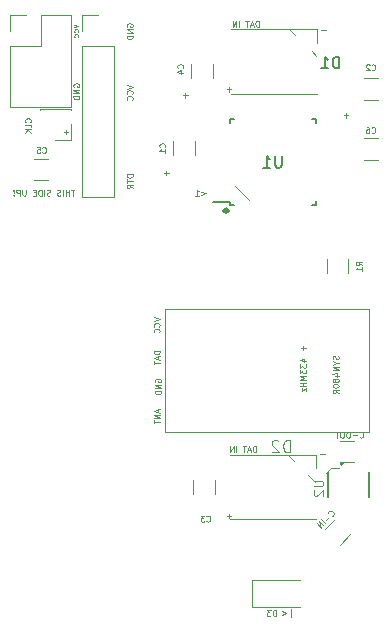
<source format=gbr>
G04 #@! TF.GenerationSoftware,KiCad,Pcbnew,(5.1.6)-1*
G04 #@! TF.CreationDate,2020-06-16T20:45:44-04:00*
G04 #@! TF.ProjectId,SRF Pendants,53524620-5065-46e6-9461-6e74732e6b69,rev?*
G04 #@! TF.SameCoordinates,Original*
G04 #@! TF.FileFunction,Legend,Bot*
G04 #@! TF.FilePolarity,Positive*
%FSLAX46Y46*%
G04 Gerber Fmt 4.6, Leading zero omitted, Abs format (unit mm)*
G04 Created by KiCad (PCBNEW (5.1.6)-1) date 2020-06-16 20:45:44*
%MOMM*%
%LPD*%
G01*
G04 APERTURE LIST*
%ADD10C,0.125000*%
%ADD11C,0.120000*%
%ADD12C,0.150000*%
%ADD13C,0.200000*%
%ADD14C,0.127000*%
%ADD15C,0.015000*%
G04 APERTURE END LIST*
D10*
X92290476Y-124935714D02*
X91909523Y-124935714D01*
X92100000Y-125126190D02*
X92100000Y-124745238D01*
D11*
X94500000Y-135100000D02*
X95100000Y-135100000D01*
X94000000Y-135500000D02*
X94500000Y-135000000D01*
D10*
X68978571Y-105802380D02*
X69002380Y-105778571D01*
X69026190Y-105707142D01*
X69026190Y-105659523D01*
X69002380Y-105588095D01*
X68954761Y-105540476D01*
X68907142Y-105516666D01*
X68811904Y-105492857D01*
X68740476Y-105492857D01*
X68645238Y-105516666D01*
X68597619Y-105540476D01*
X68550000Y-105588095D01*
X68526190Y-105659523D01*
X68526190Y-105707142D01*
X68550000Y-105778571D01*
X68573809Y-105802380D01*
X69026190Y-106254761D02*
X69026190Y-106016666D01*
X68526190Y-106016666D01*
X69026190Y-106421428D02*
X68526190Y-106421428D01*
X69026190Y-106707142D02*
X68740476Y-106492857D01*
X68526190Y-106707142D02*
X68811904Y-106421428D01*
D11*
X86300000Y-111200000D02*
X87500000Y-112400000D01*
D12*
X95138095Y-101252380D02*
X95138095Y-100252380D01*
X94900000Y-100252380D01*
X94757142Y-100300000D01*
X94661904Y-100395238D01*
X94614285Y-100490476D01*
X94566666Y-100680952D01*
X94566666Y-100823809D01*
X94614285Y-101014285D01*
X94661904Y-101109523D01*
X94757142Y-101204761D01*
X94900000Y-101252380D01*
X95138095Y-101252380D01*
X93614285Y-101252380D02*
X94185714Y-101252380D01*
X93900000Y-101252380D02*
X93900000Y-100252380D01*
X93995238Y-100395238D01*
X94090476Y-100490476D01*
X94185714Y-100538095D01*
D11*
X92800000Y-99800000D02*
X93200000Y-100200000D01*
X91000000Y-98000000D02*
X91400000Y-98400000D01*
D10*
X88107142Y-133726190D02*
X88107142Y-133226190D01*
X87988095Y-133226190D01*
X87916666Y-133250000D01*
X87869047Y-133297619D01*
X87845238Y-133345238D01*
X87821428Y-133440476D01*
X87821428Y-133511904D01*
X87845238Y-133607142D01*
X87869047Y-133654761D01*
X87916666Y-133702380D01*
X87988095Y-133726190D01*
X88107142Y-133726190D01*
X87630952Y-133583333D02*
X87392857Y-133583333D01*
X87678571Y-133726190D02*
X87511904Y-133226190D01*
X87345238Y-133726190D01*
X87250000Y-133226190D02*
X86964285Y-133226190D01*
X87107142Y-133726190D02*
X87107142Y-133226190D01*
X86416666Y-133726190D02*
X86416666Y-133226190D01*
X86178571Y-133726190D02*
X86178571Y-133226190D01*
X85892857Y-133726190D01*
X85892857Y-133226190D01*
X93890476Y-133935714D02*
X93509523Y-133935714D01*
D11*
X92500000Y-135700000D02*
X93100000Y-136300000D01*
X90800000Y-134000000D02*
X91300000Y-134500000D01*
D10*
X72692857Y-97552380D02*
X73026190Y-97671428D01*
X72692857Y-97790476D01*
X73002380Y-98195238D02*
X73026190Y-98147619D01*
X73026190Y-98052380D01*
X73002380Y-98004761D01*
X72978571Y-97980952D01*
X72930952Y-97957142D01*
X72788095Y-97957142D01*
X72740476Y-97980952D01*
X72716666Y-98004761D01*
X72692857Y-98052380D01*
X72692857Y-98147619D01*
X72716666Y-98195238D01*
X73002380Y-98623809D02*
X73026190Y-98576190D01*
X73026190Y-98480952D01*
X73002380Y-98433333D01*
X72978571Y-98409523D01*
X72930952Y-98385714D01*
X72788095Y-98385714D01*
X72740476Y-98409523D01*
X72716666Y-98433333D01*
X72692857Y-98480952D01*
X72692857Y-98576190D01*
X72716666Y-98623809D01*
X72650000Y-102819047D02*
X72626190Y-102771428D01*
X72626190Y-102700000D01*
X72650000Y-102628571D01*
X72697619Y-102580952D01*
X72745238Y-102557142D01*
X72840476Y-102533333D01*
X72911904Y-102533333D01*
X73007142Y-102557142D01*
X73054761Y-102580952D01*
X73102380Y-102628571D01*
X73126190Y-102700000D01*
X73126190Y-102747619D01*
X73102380Y-102819047D01*
X73078571Y-102842857D01*
X72911904Y-102842857D01*
X72911904Y-102747619D01*
X73126190Y-103057142D02*
X72626190Y-103057142D01*
X73126190Y-103342857D01*
X72626190Y-103342857D01*
X73126190Y-103580952D02*
X72626190Y-103580952D01*
X72626190Y-103700000D01*
X72650000Y-103771428D01*
X72697619Y-103819047D01*
X72745238Y-103842857D01*
X72840476Y-103866666D01*
X72911904Y-103866666D01*
X73007142Y-103842857D01*
X73054761Y-103819047D01*
X73102380Y-103771428D01*
X73126190Y-103700000D01*
X73126190Y-103580952D01*
X77626190Y-110228571D02*
X77126190Y-110228571D01*
X77126190Y-110347619D01*
X77150000Y-110419047D01*
X77197619Y-110466666D01*
X77245238Y-110490476D01*
X77340476Y-110514285D01*
X77411904Y-110514285D01*
X77507142Y-110490476D01*
X77554761Y-110466666D01*
X77602380Y-110419047D01*
X77626190Y-110347619D01*
X77626190Y-110228571D01*
X77126190Y-110657142D02*
X77126190Y-110942857D01*
X77626190Y-110800000D02*
X77126190Y-110800000D01*
X77626190Y-111395238D02*
X77388095Y-111228571D01*
X77626190Y-111109523D02*
X77126190Y-111109523D01*
X77126190Y-111300000D01*
X77150000Y-111347619D01*
X77173809Y-111371428D01*
X77221428Y-111395238D01*
X77292857Y-111395238D01*
X77340476Y-111371428D01*
X77364285Y-111347619D01*
X77388095Y-111300000D01*
X77388095Y-111109523D01*
X77126190Y-102633333D02*
X77626190Y-102800000D01*
X77126190Y-102966666D01*
X77578571Y-103419047D02*
X77602380Y-103395238D01*
X77626190Y-103323809D01*
X77626190Y-103276190D01*
X77602380Y-103204761D01*
X77554761Y-103157142D01*
X77507142Y-103133333D01*
X77411904Y-103109523D01*
X77340476Y-103109523D01*
X77245238Y-103133333D01*
X77197619Y-103157142D01*
X77150000Y-103204761D01*
X77126190Y-103276190D01*
X77126190Y-103323809D01*
X77150000Y-103395238D01*
X77173809Y-103419047D01*
X77578571Y-103919047D02*
X77602380Y-103895238D01*
X77626190Y-103823809D01*
X77626190Y-103776190D01*
X77602380Y-103704761D01*
X77554761Y-103657142D01*
X77507142Y-103633333D01*
X77411904Y-103609523D01*
X77340476Y-103609523D01*
X77245238Y-103633333D01*
X77197619Y-103657142D01*
X77150000Y-103704761D01*
X77126190Y-103776190D01*
X77126190Y-103823809D01*
X77150000Y-103895238D01*
X77173809Y-103919047D01*
X77150000Y-97719047D02*
X77126190Y-97671428D01*
X77126190Y-97600000D01*
X77150000Y-97528571D01*
X77197619Y-97480952D01*
X77245238Y-97457142D01*
X77340476Y-97433333D01*
X77411904Y-97433333D01*
X77507142Y-97457142D01*
X77554761Y-97480952D01*
X77602380Y-97528571D01*
X77626190Y-97600000D01*
X77626190Y-97647619D01*
X77602380Y-97719047D01*
X77578571Y-97742857D01*
X77411904Y-97742857D01*
X77411904Y-97647619D01*
X77626190Y-97957142D02*
X77126190Y-97957142D01*
X77626190Y-98242857D01*
X77126190Y-98242857D01*
X77626190Y-98480952D02*
X77126190Y-98480952D01*
X77126190Y-98600000D01*
X77150000Y-98671428D01*
X77197619Y-98719047D01*
X77245238Y-98742857D01*
X77340476Y-98766666D01*
X77411904Y-98766666D01*
X77507142Y-98742857D01*
X77554761Y-98719047D01*
X77602380Y-98671428D01*
X77626190Y-98600000D01*
X77626190Y-98480952D01*
X72190476Y-106635714D02*
X71809523Y-106635714D01*
X72000000Y-106826190D02*
X72000000Y-106445238D01*
X82290476Y-103535714D02*
X81909523Y-103535714D01*
X82100000Y-103726190D02*
X82100000Y-103345238D01*
X93990476Y-98035714D02*
X93609523Y-98035714D01*
X80690476Y-110135714D02*
X80309523Y-110135714D01*
X80500000Y-110326190D02*
X80500000Y-109945238D01*
D12*
X85285714Y-113300000D02*
X85523809Y-113538095D01*
X85761904Y-113300000D01*
X85523809Y-113061904D01*
X85285714Y-113300000D01*
X85761904Y-113300000D01*
D10*
X95890476Y-105235714D02*
X95509523Y-105235714D01*
X95700000Y-105426190D02*
X95700000Y-105045238D01*
X90271428Y-147507142D02*
X90652380Y-147364285D01*
X90271428Y-147221428D01*
X91009523Y-147007142D02*
X91009523Y-147721428D01*
X72707142Y-111526190D02*
X72421428Y-111526190D01*
X72564285Y-112026190D02*
X72564285Y-111526190D01*
X72254761Y-112026190D02*
X72254761Y-111526190D01*
X72254761Y-111764285D02*
X71969047Y-111764285D01*
X71969047Y-112026190D02*
X71969047Y-111526190D01*
X71730952Y-112026190D02*
X71730952Y-111526190D01*
X71516666Y-112002380D02*
X71445238Y-112026190D01*
X71326190Y-112026190D01*
X71278571Y-112002380D01*
X71254761Y-111978571D01*
X71230952Y-111930952D01*
X71230952Y-111883333D01*
X71254761Y-111835714D01*
X71278571Y-111811904D01*
X71326190Y-111788095D01*
X71421428Y-111764285D01*
X71469047Y-111740476D01*
X71492857Y-111716666D01*
X71516666Y-111669047D01*
X71516666Y-111621428D01*
X71492857Y-111573809D01*
X71469047Y-111550000D01*
X71421428Y-111526190D01*
X71302380Y-111526190D01*
X71230952Y-111550000D01*
X70659523Y-112002380D02*
X70588095Y-112026190D01*
X70469047Y-112026190D01*
X70421428Y-112002380D01*
X70397619Y-111978571D01*
X70373809Y-111930952D01*
X70373809Y-111883333D01*
X70397619Y-111835714D01*
X70421428Y-111811904D01*
X70469047Y-111788095D01*
X70564285Y-111764285D01*
X70611904Y-111740476D01*
X70635714Y-111716666D01*
X70659523Y-111669047D01*
X70659523Y-111621428D01*
X70635714Y-111573809D01*
X70611904Y-111550000D01*
X70564285Y-111526190D01*
X70445238Y-111526190D01*
X70373809Y-111550000D01*
X70159523Y-112026190D02*
X70159523Y-111526190D01*
X69921428Y-112026190D02*
X69921428Y-111526190D01*
X69802380Y-111526190D01*
X69730952Y-111550000D01*
X69683333Y-111597619D01*
X69659523Y-111645238D01*
X69635714Y-111740476D01*
X69635714Y-111811904D01*
X69659523Y-111907142D01*
X69683333Y-111954761D01*
X69730952Y-112002380D01*
X69802380Y-112026190D01*
X69921428Y-112026190D01*
X69421428Y-111764285D02*
X69254761Y-111764285D01*
X69183333Y-112026190D02*
X69421428Y-112026190D01*
X69421428Y-111526190D01*
X69183333Y-111526190D01*
X68588095Y-111526190D02*
X68588095Y-111930952D01*
X68564285Y-111978571D01*
X68540476Y-112002380D01*
X68492857Y-112026190D01*
X68397619Y-112026190D01*
X68350000Y-112002380D01*
X68326190Y-111978571D01*
X68302380Y-111930952D01*
X68302380Y-111526190D01*
X68064285Y-112026190D02*
X68064285Y-111526190D01*
X67873809Y-111526190D01*
X67826190Y-111550000D01*
X67802380Y-111573809D01*
X67778571Y-111621428D01*
X67778571Y-111692857D01*
X67802380Y-111740476D01*
X67826190Y-111764285D01*
X67873809Y-111788095D01*
X68064285Y-111788095D01*
X67564285Y-111978571D02*
X67540476Y-112002380D01*
X67564285Y-112026190D01*
X67588095Y-112002380D01*
X67564285Y-111978571D01*
X67564285Y-112026190D01*
X67564285Y-111835714D02*
X67588095Y-111550000D01*
X67564285Y-111526190D01*
X67540476Y-111550000D01*
X67564285Y-111835714D01*
X67564285Y-111526190D01*
X83447619Y-111692857D02*
X83828571Y-111835714D01*
X83447619Y-111978571D01*
X82947619Y-112026190D02*
X83233333Y-112026190D01*
X83090476Y-112026190D02*
X83090476Y-111526190D01*
X83138095Y-111597619D01*
X83185714Y-111645238D01*
X83233333Y-111669047D01*
D11*
X69770000Y-104670000D02*
X72430000Y-104670000D01*
X69770000Y-104790000D02*
X69770000Y-104670000D01*
X72430000Y-104790000D02*
X72430000Y-104670000D01*
X72430000Y-107330000D02*
X72430000Y-106000000D01*
X71100000Y-107330000D02*
X72430000Y-107330000D01*
D13*
X95450000Y-134750000D02*
G75*
G03*
X95450000Y-134750000I-100000J0D01*
G01*
D14*
X94136500Y-137550000D02*
X94136500Y-135450000D01*
X97663500Y-137550000D02*
X97663500Y-135450000D01*
D11*
X95197936Y-134610000D02*
X96402064Y-134610000D01*
X95197936Y-132790000D02*
X96402064Y-132790000D01*
X95217744Y-141569191D02*
X96069191Y-140717744D01*
X93930809Y-140282256D02*
X94782256Y-139430809D01*
X85950000Y-103450000D02*
X93250000Y-103450000D01*
X85950000Y-97950000D02*
X93250000Y-97950000D01*
X93250000Y-97950000D02*
X93250000Y-99100000D01*
X85850000Y-139450000D02*
X93150000Y-139450000D01*
X85850000Y-133950000D02*
X93150000Y-133950000D01*
X93150000Y-133950000D02*
X93150000Y-135100000D01*
X97187936Y-109010000D02*
X98392064Y-109010000D01*
X97187936Y-107190000D02*
X98392064Y-107190000D01*
X72450000Y-96770000D02*
X69850000Y-96770000D01*
X72450000Y-96770000D02*
X72450000Y-104510000D01*
X72450000Y-104510000D02*
X67250000Y-104510000D01*
X67250000Y-99370000D02*
X67250000Y-104510000D01*
X69850000Y-99370000D02*
X67250000Y-99370000D01*
X69850000Y-96770000D02*
X69850000Y-99370000D01*
X67250000Y-96770000D02*
X67250000Y-98100000D01*
X68580000Y-96770000D02*
X67250000Y-96770000D01*
X76030000Y-99370000D02*
X73370000Y-99370000D01*
X76030000Y-99370000D02*
X76030000Y-112130000D01*
X76030000Y-112130000D02*
X73370000Y-112130000D01*
X73370000Y-99370000D02*
X73370000Y-112130000D01*
X73370000Y-96770000D02*
X73370000Y-98100000D01*
X74700000Y-96770000D02*
X73370000Y-96770000D01*
X70502064Y-110710000D02*
X69297936Y-110710000D01*
X70502064Y-108890000D02*
X69297936Y-108890000D01*
X97642000Y-132026000D02*
X80370000Y-132026000D01*
X97642000Y-121612000D02*
X97642000Y-132026000D01*
X80370000Y-121612000D02*
X97642000Y-121612000D01*
X80370000Y-132026000D02*
X80370000Y-121612000D01*
D12*
X85875000Y-112825000D02*
X85875000Y-112600000D01*
X93125000Y-112825000D02*
X93125000Y-112500000D01*
X93125000Y-105575000D02*
X93125000Y-105900000D01*
X85875000Y-105575000D02*
X85875000Y-105900000D01*
X85875000Y-112825000D02*
X86200000Y-112825000D01*
X85875000Y-105575000D02*
X86200000Y-105575000D01*
X93125000Y-105575000D02*
X92800000Y-105575000D01*
X93125000Y-112825000D02*
X92800000Y-112825000D01*
X85875000Y-112600000D02*
X84450000Y-112600000D01*
D11*
X95910000Y-118602064D02*
X95910000Y-117397936D01*
X94090000Y-118602064D02*
X94090000Y-117397936D01*
X87740000Y-144565000D02*
X91800000Y-144565000D01*
X87740000Y-146835000D02*
X87740000Y-144565000D01*
X91800000Y-146835000D02*
X87740000Y-146835000D01*
X84410000Y-102102064D02*
X84410000Y-100897936D01*
X82590000Y-102102064D02*
X82590000Y-100897936D01*
X82790000Y-136097936D02*
X82790000Y-137302064D01*
X84610000Y-136097936D02*
X84610000Y-137302064D01*
X98402064Y-102090000D02*
X97197936Y-102090000D01*
X98402064Y-103910000D02*
X97197936Y-103910000D01*
X81090000Y-107397936D02*
X81090000Y-108602064D01*
X82910000Y-107397936D02*
X82910000Y-108602064D01*
D15*
X92953904Y-136180476D02*
X93601523Y-136180476D01*
X93677714Y-136218571D01*
X93715809Y-136256666D01*
X93753904Y-136332857D01*
X93753904Y-136485238D01*
X93715809Y-136561428D01*
X93677714Y-136599523D01*
X93601523Y-136637619D01*
X92953904Y-136637619D01*
X93030095Y-136980476D02*
X92992000Y-137018571D01*
X92953904Y-137094761D01*
X92953904Y-137285238D01*
X92992000Y-137361428D01*
X93030095Y-137399523D01*
X93106285Y-137437619D01*
X93182476Y-137437619D01*
X93296761Y-137399523D01*
X93753904Y-136942380D01*
X93753904Y-137437619D01*
D10*
X96869047Y-132478571D02*
X96892857Y-132502380D01*
X96964285Y-132526190D01*
X97011904Y-132526190D01*
X97083333Y-132502380D01*
X97130952Y-132454761D01*
X97154761Y-132407142D01*
X97178571Y-132311904D01*
X97178571Y-132240476D01*
X97154761Y-132145238D01*
X97130952Y-132097619D01*
X97083333Y-132050000D01*
X97011904Y-132026190D01*
X96964285Y-132026190D01*
X96892857Y-132050000D01*
X96869047Y-132073809D01*
X96654761Y-132335714D02*
X96273809Y-132335714D01*
X95940476Y-132026190D02*
X95845238Y-132026190D01*
X95797619Y-132050000D01*
X95750000Y-132097619D01*
X95726190Y-132192857D01*
X95726190Y-132359523D01*
X95750000Y-132454761D01*
X95797619Y-132502380D01*
X95845238Y-132526190D01*
X95940476Y-132526190D01*
X95988095Y-132502380D01*
X96035714Y-132454761D01*
X96059523Y-132359523D01*
X96059523Y-132192857D01*
X96035714Y-132097619D01*
X95988095Y-132050000D01*
X95940476Y-132026190D01*
X95511904Y-132026190D02*
X95511904Y-132430952D01*
X95488095Y-132478571D01*
X95464285Y-132502380D01*
X95416666Y-132526190D01*
X95321428Y-132526190D01*
X95273809Y-132502380D01*
X95250000Y-132478571D01*
X95226190Y-132430952D01*
X95226190Y-132026190D01*
X95059523Y-132026190D02*
X94773809Y-132026190D01*
X94916666Y-132526190D02*
X94916666Y-132026190D01*
X94505076Y-139147461D02*
X94538748Y-139147461D01*
X94606091Y-139113790D01*
X94639763Y-139080118D01*
X94673435Y-139012774D01*
X94673435Y-138945431D01*
X94656599Y-138894923D01*
X94606091Y-138810744D01*
X94555583Y-138760236D01*
X94471404Y-138709729D01*
X94420896Y-138692893D01*
X94353553Y-138692893D01*
X94286209Y-138726564D01*
X94252538Y-138760236D01*
X94218866Y-138827580D01*
X94218866Y-138861251D01*
X94252538Y-139197969D02*
X93983164Y-139467343D01*
X93949492Y-139770389D02*
X93595938Y-139416835D01*
X93781133Y-139938748D02*
X93427580Y-139585194D01*
X93579103Y-140140778D01*
X93225549Y-139787225D01*
X85990476Y-103035714D02*
X85609523Y-103035714D01*
X85800000Y-103226190D02*
X85800000Y-102845238D01*
X88307142Y-97726190D02*
X88307142Y-97226190D01*
X88188095Y-97226190D01*
X88116666Y-97250000D01*
X88069047Y-97297619D01*
X88045238Y-97345238D01*
X88021428Y-97440476D01*
X88021428Y-97511904D01*
X88045238Y-97607142D01*
X88069047Y-97654761D01*
X88116666Y-97702380D01*
X88188095Y-97726190D01*
X88307142Y-97726190D01*
X87830952Y-97583333D02*
X87592857Y-97583333D01*
X87878571Y-97726190D02*
X87711904Y-97226190D01*
X87545238Y-97726190D01*
X87450000Y-97226190D02*
X87164285Y-97226190D01*
X87307142Y-97726190D02*
X87307142Y-97226190D01*
X86616666Y-97726190D02*
X86616666Y-97226190D01*
X86378571Y-97726190D02*
X86378571Y-97226190D01*
X86092857Y-97726190D01*
X86092857Y-97226190D01*
X90938095Y-133752380D02*
X90938095Y-132752380D01*
X90700000Y-132752380D01*
X90557142Y-132800000D01*
X90461904Y-132895238D01*
X90414285Y-132990476D01*
X90366666Y-133180952D01*
X90366666Y-133323809D01*
X90414285Y-133514285D01*
X90461904Y-133609523D01*
X90557142Y-133704761D01*
X90700000Y-133752380D01*
X90938095Y-133752380D01*
X89985714Y-132847619D02*
X89938095Y-132800000D01*
X89842857Y-132752380D01*
X89604761Y-132752380D01*
X89509523Y-132800000D01*
X89461904Y-132847619D01*
X89414285Y-132942857D01*
X89414285Y-133038095D01*
X89461904Y-133180952D01*
X90033333Y-133752380D01*
X89414285Y-133752380D01*
X85990476Y-139135714D02*
X85609523Y-139135714D01*
X85800000Y-139326190D02*
X85800000Y-138945238D01*
X97873333Y-106688571D02*
X97897142Y-106712380D01*
X97968571Y-106736190D01*
X98016190Y-106736190D01*
X98087619Y-106712380D01*
X98135238Y-106664761D01*
X98159047Y-106617142D01*
X98182857Y-106521904D01*
X98182857Y-106450476D01*
X98159047Y-106355238D01*
X98135238Y-106307619D01*
X98087619Y-106260000D01*
X98016190Y-106236190D01*
X97968571Y-106236190D01*
X97897142Y-106260000D01*
X97873333Y-106283809D01*
X97444761Y-106236190D02*
X97540000Y-106236190D01*
X97587619Y-106260000D01*
X97611428Y-106283809D01*
X97659047Y-106355238D01*
X97682857Y-106450476D01*
X97682857Y-106640952D01*
X97659047Y-106688571D01*
X97635238Y-106712380D01*
X97587619Y-106736190D01*
X97492380Y-106736190D01*
X97444761Y-106712380D01*
X97420952Y-106688571D01*
X97397142Y-106640952D01*
X97397142Y-106521904D01*
X97420952Y-106474285D01*
X97444761Y-106450476D01*
X97492380Y-106426666D01*
X97587619Y-106426666D01*
X97635238Y-106450476D01*
X97659047Y-106474285D01*
X97682857Y-106521904D01*
X69983333Y-108368571D02*
X70007142Y-108392380D01*
X70078571Y-108416190D01*
X70126190Y-108416190D01*
X70197619Y-108392380D01*
X70245238Y-108344761D01*
X70269047Y-108297142D01*
X70292857Y-108201904D01*
X70292857Y-108130476D01*
X70269047Y-108035238D01*
X70245238Y-107987619D01*
X70197619Y-107940000D01*
X70126190Y-107916190D01*
X70078571Y-107916190D01*
X70007142Y-107940000D01*
X69983333Y-107963809D01*
X69530952Y-107916190D02*
X69769047Y-107916190D01*
X69792857Y-108154285D01*
X69769047Y-108130476D01*
X69721428Y-108106666D01*
X69602380Y-108106666D01*
X69554761Y-108130476D01*
X69530952Y-108154285D01*
X69507142Y-108201904D01*
X69507142Y-108320952D01*
X69530952Y-108368571D01*
X69554761Y-108392380D01*
X69602380Y-108416190D01*
X69721428Y-108416190D01*
X69769047Y-108392380D01*
X69792857Y-108368571D01*
X95050380Y-125616666D02*
X95074190Y-125688095D01*
X95074190Y-125807142D01*
X95050380Y-125854761D01*
X95026571Y-125878571D01*
X94978952Y-125902380D01*
X94931333Y-125902380D01*
X94883714Y-125878571D01*
X94859904Y-125854761D01*
X94836095Y-125807142D01*
X94812285Y-125711904D01*
X94788476Y-125664285D01*
X94764666Y-125640476D01*
X94717047Y-125616666D01*
X94669428Y-125616666D01*
X94621809Y-125640476D01*
X94598000Y-125664285D01*
X94574190Y-125711904D01*
X94574190Y-125830952D01*
X94598000Y-125902380D01*
X94836095Y-126211904D02*
X95074190Y-126211904D01*
X94574190Y-126045238D02*
X94836095Y-126211904D01*
X94574190Y-126378571D01*
X95074190Y-126545238D02*
X94574190Y-126545238D01*
X95074190Y-126830952D01*
X94574190Y-126830952D01*
X94740857Y-127283333D02*
X95074190Y-127283333D01*
X94550380Y-127164285D02*
X94907523Y-127045238D01*
X94907523Y-127354761D01*
X94788476Y-127616666D02*
X94764666Y-127569047D01*
X94740857Y-127545238D01*
X94693238Y-127521428D01*
X94669428Y-127521428D01*
X94621809Y-127545238D01*
X94598000Y-127569047D01*
X94574190Y-127616666D01*
X94574190Y-127711904D01*
X94598000Y-127759523D01*
X94621809Y-127783333D01*
X94669428Y-127807142D01*
X94693238Y-127807142D01*
X94740857Y-127783333D01*
X94764666Y-127759523D01*
X94788476Y-127711904D01*
X94788476Y-127616666D01*
X94812285Y-127569047D01*
X94836095Y-127545238D01*
X94883714Y-127521428D01*
X94978952Y-127521428D01*
X95026571Y-127545238D01*
X95050380Y-127569047D01*
X95074190Y-127616666D01*
X95074190Y-127711904D01*
X95050380Y-127759523D01*
X95026571Y-127783333D01*
X94978952Y-127807142D01*
X94883714Y-127807142D01*
X94836095Y-127783333D01*
X94812285Y-127759523D01*
X94788476Y-127711904D01*
X94574190Y-128116666D02*
X94574190Y-128164285D01*
X94598000Y-128211904D01*
X94621809Y-128235714D01*
X94669428Y-128259523D01*
X94764666Y-128283333D01*
X94883714Y-128283333D01*
X94978952Y-128259523D01*
X95026571Y-128235714D01*
X95050380Y-128211904D01*
X95074190Y-128164285D01*
X95074190Y-128116666D01*
X95050380Y-128069047D01*
X95026571Y-128045238D01*
X94978952Y-128021428D01*
X94883714Y-127997619D01*
X94764666Y-127997619D01*
X94669428Y-128021428D01*
X94621809Y-128045238D01*
X94598000Y-128069047D01*
X94574190Y-128116666D01*
X95074190Y-128783333D02*
X94836095Y-128616666D01*
X95074190Y-128497619D02*
X94574190Y-128497619D01*
X94574190Y-128688095D01*
X94598000Y-128735714D01*
X94621809Y-128759523D01*
X94669428Y-128783333D01*
X94740857Y-128783333D01*
X94788476Y-128759523D01*
X94812285Y-128735714D01*
X94836095Y-128688095D01*
X94836095Y-128497619D01*
X91992857Y-126069047D02*
X92326190Y-126069047D01*
X91802380Y-125950000D02*
X92159523Y-125830952D01*
X92159523Y-126140476D01*
X91826190Y-126283333D02*
X91826190Y-126592857D01*
X92016666Y-126426190D01*
X92016666Y-126497619D01*
X92040476Y-126545238D01*
X92064285Y-126569047D01*
X92111904Y-126592857D01*
X92230952Y-126592857D01*
X92278571Y-126569047D01*
X92302380Y-126545238D01*
X92326190Y-126497619D01*
X92326190Y-126354761D01*
X92302380Y-126307142D01*
X92278571Y-126283333D01*
X91826190Y-126759523D02*
X91826190Y-127069047D01*
X92016666Y-126902380D01*
X92016666Y-126973809D01*
X92040476Y-127021428D01*
X92064285Y-127045238D01*
X92111904Y-127069047D01*
X92230952Y-127069047D01*
X92278571Y-127045238D01*
X92302380Y-127021428D01*
X92326190Y-126973809D01*
X92326190Y-126830952D01*
X92302380Y-126783333D01*
X92278571Y-126759523D01*
X92326190Y-127283333D02*
X91826190Y-127283333D01*
X92183333Y-127450000D01*
X91826190Y-127616666D01*
X92326190Y-127616666D01*
X92326190Y-127854761D02*
X91826190Y-127854761D01*
X92064285Y-127854761D02*
X92064285Y-128140476D01*
X92326190Y-128140476D02*
X91826190Y-128140476D01*
X91992857Y-128330952D02*
X91992857Y-128592857D01*
X92326190Y-128330952D01*
X92326190Y-128592857D01*
X79426190Y-122333333D02*
X79926190Y-122500000D01*
X79426190Y-122666666D01*
X79878571Y-123119047D02*
X79902380Y-123095238D01*
X79926190Y-123023809D01*
X79926190Y-122976190D01*
X79902380Y-122904761D01*
X79854761Y-122857142D01*
X79807142Y-122833333D01*
X79711904Y-122809523D01*
X79640476Y-122809523D01*
X79545238Y-122833333D01*
X79497619Y-122857142D01*
X79450000Y-122904761D01*
X79426190Y-122976190D01*
X79426190Y-123023809D01*
X79450000Y-123095238D01*
X79473809Y-123119047D01*
X79878571Y-123619047D02*
X79902380Y-123595238D01*
X79926190Y-123523809D01*
X79926190Y-123476190D01*
X79902380Y-123404761D01*
X79854761Y-123357142D01*
X79807142Y-123333333D01*
X79711904Y-123309523D01*
X79640476Y-123309523D01*
X79545238Y-123333333D01*
X79497619Y-123357142D01*
X79450000Y-123404761D01*
X79426190Y-123476190D01*
X79426190Y-123523809D01*
X79450000Y-123595238D01*
X79473809Y-123619047D01*
X79926190Y-125164285D02*
X79426190Y-125164285D01*
X79426190Y-125283333D01*
X79450000Y-125354761D01*
X79497619Y-125402380D01*
X79545238Y-125426190D01*
X79640476Y-125450000D01*
X79711904Y-125450000D01*
X79807142Y-125426190D01*
X79854761Y-125402380D01*
X79902380Y-125354761D01*
X79926190Y-125283333D01*
X79926190Y-125164285D01*
X79783333Y-125640476D02*
X79783333Y-125878571D01*
X79926190Y-125592857D02*
X79426190Y-125759523D01*
X79926190Y-125926190D01*
X79426190Y-126021428D02*
X79426190Y-126307142D01*
X79926190Y-126164285D02*
X79426190Y-126164285D01*
X79550000Y-127819047D02*
X79526190Y-127771428D01*
X79526190Y-127700000D01*
X79550000Y-127628571D01*
X79597619Y-127580952D01*
X79645238Y-127557142D01*
X79740476Y-127533333D01*
X79811904Y-127533333D01*
X79907142Y-127557142D01*
X79954761Y-127580952D01*
X80002380Y-127628571D01*
X80026190Y-127700000D01*
X80026190Y-127747619D01*
X80002380Y-127819047D01*
X79978571Y-127842857D01*
X79811904Y-127842857D01*
X79811904Y-127747619D01*
X80026190Y-128057142D02*
X79526190Y-128057142D01*
X80026190Y-128342857D01*
X79526190Y-128342857D01*
X80026190Y-128580952D02*
X79526190Y-128580952D01*
X79526190Y-128700000D01*
X79550000Y-128771428D01*
X79597619Y-128819047D01*
X79645238Y-128842857D01*
X79740476Y-128866666D01*
X79811904Y-128866666D01*
X79907142Y-128842857D01*
X79954761Y-128819047D01*
X80002380Y-128771428D01*
X80026190Y-128700000D01*
X80026190Y-128580952D01*
X79783333Y-130128571D02*
X79783333Y-130366666D01*
X79926190Y-130080952D02*
X79426190Y-130247619D01*
X79926190Y-130414285D01*
X79926190Y-130580952D02*
X79426190Y-130580952D01*
X79926190Y-130866666D01*
X79426190Y-130866666D01*
X79426190Y-131033333D02*
X79426190Y-131319047D01*
X79926190Y-131176190D02*
X79426190Y-131176190D01*
D12*
X90261904Y-108652380D02*
X90261904Y-109461904D01*
X90214285Y-109557142D01*
X90166666Y-109604761D01*
X90071428Y-109652380D01*
X89880952Y-109652380D01*
X89785714Y-109604761D01*
X89738095Y-109557142D01*
X89690476Y-109461904D01*
X89690476Y-108652380D01*
X88690476Y-109652380D02*
X89261904Y-109652380D01*
X88976190Y-109652380D02*
X88976190Y-108652380D01*
X89071428Y-108795238D01*
X89166666Y-108890476D01*
X89261904Y-108938095D01*
D10*
X97046190Y-117916666D02*
X96808095Y-117750000D01*
X97046190Y-117630952D02*
X96546190Y-117630952D01*
X96546190Y-117821428D01*
X96570000Y-117869047D01*
X96593809Y-117892857D01*
X96641428Y-117916666D01*
X96712857Y-117916666D01*
X96760476Y-117892857D01*
X96784285Y-117869047D01*
X96808095Y-117821428D01*
X96808095Y-117630952D01*
X97046190Y-118392857D02*
X97046190Y-118107142D01*
X97046190Y-118250000D02*
X96546190Y-118250000D01*
X96617619Y-118202380D01*
X96665238Y-118154761D01*
X96689047Y-118107142D01*
X89769047Y-147626190D02*
X89769047Y-147126190D01*
X89650000Y-147126190D01*
X89578571Y-147150000D01*
X89530952Y-147197619D01*
X89507142Y-147245238D01*
X89483333Y-147340476D01*
X89483333Y-147411904D01*
X89507142Y-147507142D01*
X89530952Y-147554761D01*
X89578571Y-147602380D01*
X89650000Y-147626190D01*
X89769047Y-147626190D01*
X89316666Y-147126190D02*
X89007142Y-147126190D01*
X89173809Y-147316666D01*
X89102380Y-147316666D01*
X89054761Y-147340476D01*
X89030952Y-147364285D01*
X89007142Y-147411904D01*
X89007142Y-147530952D01*
X89030952Y-147578571D01*
X89054761Y-147602380D01*
X89102380Y-147626190D01*
X89245238Y-147626190D01*
X89292857Y-147602380D01*
X89316666Y-147578571D01*
X81878571Y-101216666D02*
X81902380Y-101192857D01*
X81926190Y-101121428D01*
X81926190Y-101073809D01*
X81902380Y-101002380D01*
X81854761Y-100954761D01*
X81807142Y-100930952D01*
X81711904Y-100907142D01*
X81640476Y-100907142D01*
X81545238Y-100930952D01*
X81497619Y-100954761D01*
X81450000Y-101002380D01*
X81426190Y-101073809D01*
X81426190Y-101121428D01*
X81450000Y-101192857D01*
X81473809Y-101216666D01*
X81592857Y-101645238D02*
X81926190Y-101645238D01*
X81402380Y-101526190D02*
X81759523Y-101407142D01*
X81759523Y-101716666D01*
X83883333Y-139578571D02*
X83907142Y-139602380D01*
X83978571Y-139626190D01*
X84026190Y-139626190D01*
X84097619Y-139602380D01*
X84145238Y-139554761D01*
X84169047Y-139507142D01*
X84192857Y-139411904D01*
X84192857Y-139340476D01*
X84169047Y-139245238D01*
X84145238Y-139197619D01*
X84097619Y-139150000D01*
X84026190Y-139126190D01*
X83978571Y-139126190D01*
X83907142Y-139150000D01*
X83883333Y-139173809D01*
X83716666Y-139126190D02*
X83407142Y-139126190D01*
X83573809Y-139316666D01*
X83502380Y-139316666D01*
X83454761Y-139340476D01*
X83430952Y-139364285D01*
X83407142Y-139411904D01*
X83407142Y-139530952D01*
X83430952Y-139578571D01*
X83454761Y-139602380D01*
X83502380Y-139626190D01*
X83645238Y-139626190D01*
X83692857Y-139602380D01*
X83716666Y-139578571D01*
X97883333Y-101358571D02*
X97907142Y-101382380D01*
X97978571Y-101406190D01*
X98026190Y-101406190D01*
X98097619Y-101382380D01*
X98145238Y-101334761D01*
X98169047Y-101287142D01*
X98192857Y-101191904D01*
X98192857Y-101120476D01*
X98169047Y-101025238D01*
X98145238Y-100977619D01*
X98097619Y-100930000D01*
X98026190Y-100906190D01*
X97978571Y-100906190D01*
X97907142Y-100930000D01*
X97883333Y-100953809D01*
X97692857Y-100953809D02*
X97669047Y-100930000D01*
X97621428Y-100906190D01*
X97502380Y-100906190D01*
X97454761Y-100930000D01*
X97430952Y-100953809D01*
X97407142Y-101001428D01*
X97407142Y-101049047D01*
X97430952Y-101120476D01*
X97716666Y-101406190D01*
X97407142Y-101406190D01*
X80358571Y-107916666D02*
X80382380Y-107892857D01*
X80406190Y-107821428D01*
X80406190Y-107773809D01*
X80382380Y-107702380D01*
X80334761Y-107654761D01*
X80287142Y-107630952D01*
X80191904Y-107607142D01*
X80120476Y-107607142D01*
X80025238Y-107630952D01*
X79977619Y-107654761D01*
X79930000Y-107702380D01*
X79906190Y-107773809D01*
X79906190Y-107821428D01*
X79930000Y-107892857D01*
X79953809Y-107916666D01*
X80406190Y-108392857D02*
X80406190Y-108107142D01*
X80406190Y-108250000D02*
X79906190Y-108250000D01*
X79977619Y-108202380D01*
X80025238Y-108154761D01*
X80049047Y-108107142D01*
M02*

</source>
